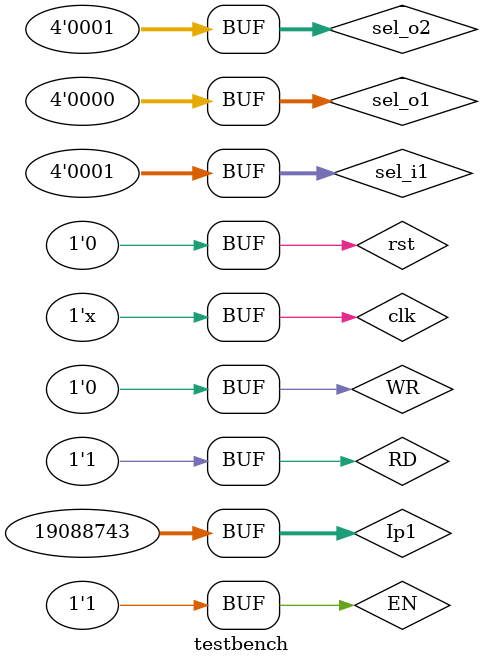
<source format=v>
module testbench;

 // Inputs

 reg [31:0] Ip1;

 reg [3:0] sel_i1;

 reg [3:0] sel_o1;

 reg [3:0] sel_o2;

 reg RD;

 reg WR;

 reg rst;

 reg EN;

 reg clk;

 // Outputs

 wire [31:0] Op1;

 wire [31:0] Op2;

 // Instantiate the Unit Under Test (UUT)

 registerfile uut (

               .Ip1(Ip1), 

               .sel_i1(sel_i1), 

               .Op1(Op1), 

               .sel_o1(sel_o1), 

               .Op2(Op2), 

               .sel_o2(sel_o2), 

               .RD(RD), 

               .WR(WR), 

               .rst(rst), 

               .EN(EN), 

               .clk(clk)

              );

 initial begin

  // Initialize Inputs

  Ip1  = 32'b0;

  sel_i1  = 4'b0;

  sel_o1  = 4'b0;

  sel_o2  = 4'b0;

  RD  = 1'b0;

  WR  = 1'b0;

  rst  = 1'b1;

  EN  = 1'b0;

  clk  = 1'b0;

  // Wait 100 ns for global reset to finish

  #100;        

  // Add stimulus here

   rst  = 1'b0;

   EN  = 1'b1;

   #20;

   WR  = 1'b1;

   RD = 1'b0;

   Ip1  = 32'habcd_efab;

   sel_i1  = 4'h0;

   #20;

   Ip1  = 32'h0123_4567;

   sel_i1  = 4'h1;

   #20;

   WR  = 1'b0;

   RD     = 1'b1;

   sel_o1  = 4'h0;

   sel_o2  = 4'h1;

 end 

   always begin

  #10;

  clk = ~clk;

 end 

endmodule
</source>
